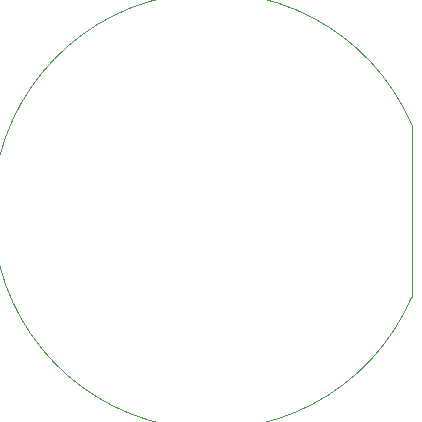
<source format=gbr>
%TF.GenerationSoftware,KiCad,Pcbnew,9.0.1*%
%TF.CreationDate,2025-06-29T08:21:18-07:00*%
%TF.ProjectId,Complete_Watch,436f6d70-6c65-4746-955f-57617463682e,rev?*%
%TF.SameCoordinates,Original*%
%TF.FileFunction,Profile,NP*%
%FSLAX46Y46*%
G04 Gerber Fmt 4.6, Leading zero omitted, Abs format (unit mm)*
G04 Created by KiCad (PCBNEW 9.0.1) date 2025-06-29 08:21:18*
%MOMM*%
%LPD*%
G01*
G04 APERTURE LIST*
%TA.AperFunction,Profile*%
%ADD10C,0.050000*%
%TD*%
G04 APERTURE END LIST*
D10*
X242996441Y-78235686D02*
X242996439Y-92764311D01*
X242996439Y-92764311D02*
G75*
G02*
X242996434Y-78235677I-16996439J7264311D01*
G01*
M02*

</source>
